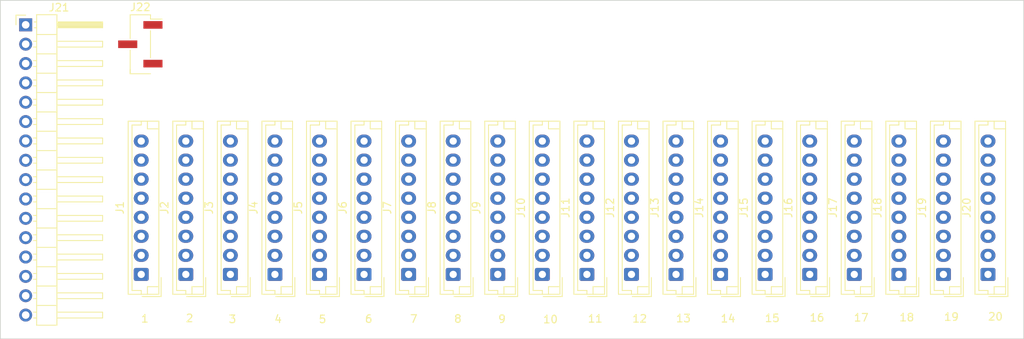
<source format=kicad_pcb>
(kicad_pcb (version 20221018) (generator pcbnew)
  (layers (0 "F.Cu" signal) (31 "B.Cu" signal) (34 "B.Paste" user) (35 "F.Paste" user) (36 "B.SilkS" user "B.Silkscreen") (37 "F.SilkS" user "F.Silkscreen") (38 "B.Mask" user) (39 "F.Mask" user) (44 "Edge.Cuts" user))
  (net 0 "")
  (net 1 "Net-(J1-Pin_1)")
  (net 2 "Net-(J1-Pin_2)")
  (net 3 "Net-(J1-Pin_3)")
  (net 4 "Net-(J1-Pin_4)")
  (net 5 "Net-(J1-Pin_5)")
  (net 6 "Net-(J1-Pin_6)")
  (net 7 "Net-(J1-Pin_7)")
  (net 8 "Net-(J1-Pin_8)")
  (net 9 "Net-(J2-Pin_1)")
  (net 10 "Net-(J21-Pin_3)")
  (net 11 "Net-(J16-Pin_1)")
  (net 12 "Net-(J21-Pin_5)")
  (net 13 "Net-(J21-Pin_6)")
  (net 14 "Net-(J21-Pin_7)")
  (net 15 "Net-(J21-Pin_8)")
  (net 16 "Net-(J21-Pin_9)")
  (net 17 "Net-(J10-Pin_1)")
  (net 18 "Net-(J11-Pin_1)")
  (net 19 "Net-(J12-Pin_1)")
  (net 20 "Net-(J13-Pin_1)")
  (net 21 "Net-(J14-Pin_1)")
  (net 22 "Net-(J15-Pin_1)")
  (net 23 "Net-(J17-Pin_1)")
  (net 24 "Net-(J18-Pin_1)")
  (net 25 "Net-(J19-Pin_1)")
  (footprint "Connector_JST:JST_EH_B8B-EH-A_1x08_P2.50mm_Vertical" (layer "F.Cu") (at 171.98 101.99 90)
    (fp_text reference "J14" (at 8.75 -2.8 90) (layer "F.SilkS"))
    (fp_text value "Conn_01x08_Socket")
    (pad "1" thru_hole roundrect (at 0 0 90) (size 1.7 1.95) (drill 0.95) (layers "*.Cu" "*.Mask") (roundrect_rratio 0.147059) (net 21 "Net-(J14-Pin_1)"))
    (pad "2" thru_hole oval (at 2.5 0 90) (size 1.7 1.95) (drill 0.95) (layers "*.Cu" "*.Mask") (net 2 "Net-(J1-Pin_2)"))
    (pad "3" thru_hole oval (at 5 0 90) (size 1.7 1.95) (drill 0.95) (layers "*.Cu" "*.Mask") (net 3 "Net-(J1-Pin_3)"))
    (pad "4" thru_hole oval (at 7.5 0 90) (size 1.7 1.95) (drill 0.95) (layers "*.Cu" "*.Mask") (net 4 "Net-(J1-Pin_4)"))
    (pad "5" thru_hole oval (at 10 0 90) (size 1.7 1.95) (drill 0.95) (layers "*.Cu" "*.Mask") (net 5 "Net-(J1-Pin_5)"))
    (pad "6" thru_hole oval (at 12.5 0 90) (size 1.7 1.95) (drill 0.95) (layers "*.Cu" "*.Mask") (net 6 "Net-(J1-Pin_6)"))
    (pad "7" thru_hole oval (at 15 0 90) (size 1.7 1.95) (drill 0.95) (layers "*.Cu" "*.Mask") (net 7 "Net-(J1-Pin_7)"))
    (pad "8" thru_hole oval (at 17.5 0 90) (size 1.7 1.95) (drill 0.95) (layers "*.Cu" "*.Mask") (net 8 "Net-(J1-Pin_8)"))
  )
  (footprint "Connector_JST:JST_EH_B8B-EH-A_1x08_P2.50mm_Vertical" (layer "F.Cu") (at 201.23 101.99 90)
    (fp_text reference "J19" (at 8.75 -2.8 90) (layer "F.SilkS"))
    (fp_text value "Conn_01x08_Socket")
    (pad "1" thru_hole roundrect (at 0 0 90) (size 1.7 1.95) (drill 0.95) (layers "*.Cu" "*.Mask") (roundrect_rratio 0.147059) (net 25 "Net-(J19-Pin_1)"))
    (pad "2" thru_hole oval (at 2.5 0 90) (size 1.7 1.95) (drill 0.95) (layers "*.Cu" "*.Mask") (net 2 "Net-(J1-Pin_2)"))
    (pad "3" thru_hole oval (at 5 0 90) (size 1.7 1.95) (drill 0.95) (layers "*.Cu" "*.Mask") (net 3 "Net-(J1-Pin_3)"))
    (pad "4" thru_hole oval (at 7.5 0 90) (size 1.7 1.95) (drill 0.95) (layers "*.Cu" "*.Mask") (net 4 "Net-(J1-Pin_4)"))
    (pad "5" thru_hole oval (at 10 0 90) (size 1.7 1.95) (drill 0.95) (layers "*.Cu" "*.Mask") (net 5 "Net-(J1-Pin_5)"))
    (pad "6" thru_hole oval (at 12.5 0 90) (size 1.7 1.95) (drill 0.95) (layers "*.Cu" "*.Mask") (net 6 "Net-(J1-Pin_6)"))
    (pad "7" thru_hole oval (at 15 0 90) (size 1.7 1.95) (drill 0.95) (layers "*.Cu" "*.Mask") (net 7 "Net-(J1-Pin_7)"))
    (pad "8" thru_hole oval (at 17.5 0 90) (size 1.7 1.95) (drill 0.95) (layers "*.Cu" "*.Mask") (net 8 "Net-(J1-Pin_8)"))
  )
  (footprint "Connector_JST:JST_EH_B8B-EH-A_1x08_P2.50mm_Vertical" (layer "F.Cu") (at 125.18 101.99 90)
    (fp_text reference "J6" (at 8.75 -2.8 90) (layer "F.SilkS"))
    (fp_text value "Conn_01x08_Socket")
    (pad "1" thru_hole roundrect (at 0 0 90) (size 1.7 1.95) (drill 0.95) (layers "*.Cu" "*.Mask") (roundrect_rratio 0.147059) (net 13 "Net-(J21-Pin_6)"))
    (pad "2" thru_hole oval (at 2.5 0 90) (size 1.7 1.95) (drill 0.95) (layers "*.Cu" "*.Mask") (net 2 "Net-(J1-Pin_2)"))
    (pad "3" thru_hole oval (at 5 0 90) (size 1.7 1.95) (drill 0.95) (layers "*.Cu" "*.Mask") (net 3 "Net-(J1-Pin_3)"))
    (pad "4" thru_hole oval (at 7.5 0 90) (size 1.7 1.95) (drill 0.95) (layers "*.Cu" "*.Mask") (net 4 "Net-(J1-Pin_4)"))
    (pad "5" thru_hole oval (at 10 0 90) (size 1.7 1.95) (drill 0.95) (layers "*.Cu" "*.Mask") (net 5 "Net-(J1-Pin_5)"))
    (pad "6" thru_hole oval (at 12.5 0 90) (size 1.7 1.95) (drill 0.95) (layers "*.Cu" "*.Mask") (net 6 "Net-(J1-Pin_6)"))
    (pad "7" thru_hole oval (at 15 0 90) (size 1.7 1.95) (drill 0.95) (layers "*.Cu" "*.Mask") (net 7 "Net-(J1-Pin_7)"))
    (pad "8" thru_hole oval (at 17.5 0 90) (size 1.7 1.95) (drill 0.95) (layers "*.Cu" "*.Mask") (net 8 "Net-(J1-Pin_8)"))
  )
  (footprint "Connector_JST:JST_EH_B8B-EH-A_1x08_P2.50mm_Vertical" (layer "F.Cu") (at 95.93 101.99 90)
    (fp_text reference "J1" (at 8.75 -2.8 90) (layer "F.SilkS"))
    (fp_text value "Conn_01x08_Socket")
    (pad "1" thru_hole roundrect (at 0 0 90) (size 1.7 1.95) (drill 0.95) (layers "*.Cu" "*.Mask") (roundrect_rratio 0.147059) (net 1 "Net-(J1-Pin_1)"))
    (pad "2" thru_hole oval (at 2.5 0 90) (size 1.7 1.95) (drill 0.95) (layers "*.Cu" "*.Mask") (net 2 "Net-(J1-Pin_2)"))
    (pad "3" thru_hole oval (at 5 0 90) (size 1.7 1.95) (drill 0.95) (layers "*.Cu" "*.Mask") (net 3 "Net-(J1-Pin_3)"))
    (pad "4" thru_hole oval (at 7.5 0 90) (size 1.7 1.95) (drill 0.95) (layers "*.Cu" "*.Mask") (net 4 "Net-(J1-Pin_4)"))
    (pad "5" thru_hole oval (at 10 0 90) (size 1.7 1.95) (drill 0.95) (layers "*.Cu" "*.Mask") (net 5 "Net-(J1-Pin_5)"))
    (pad "6" thru_hole oval (at 12.5 0 90) (size 1.7 1.95) (drill 0.95) (layers "*.Cu" "*.Mask") (net 6 "Net-(J1-Pin_6)"))
    (pad "7" thru_hole oval (at 15 0 90) (size 1.7 1.95) (drill 0.95) (layers "*.Cu" "*.Mask") (net 7 "Net-(J1-Pin_7)"))
    (pad "8" thru_hole oval (at 17.5 0 90) (size 1.7 1.95) (drill 0.95) (layers "*.Cu" "*.Mask") (net 8 "Net-(J1-Pin_8)"))
  )
  (footprint "Connector_PinHeader_2.54mm:PinHeader_1x03_P2.54mm_Vertical_SMD_Pin1Right" (layer "F.Cu") (at 95.81 71.78)
    (fp_text reference "J22" (at 0 -4.87) (layer "F.SilkS"))
    (fp_text value "Conn_01x03_Socket")
    (pad "1" smd rect (at 1.655 -2.54) (size 2.51 1) (layers "F.Cu" "F.Paste" "F.Mask") (net 25 "Net-(J19-Pin_1)"))
    (pad "2" smd rect (at -1.655 0) (size 2.51 1) (layers "F.Cu" "F.Paste" "F.Mask") (net 24 "Net-(J18-Pin_1)"))
    (pad "3" smd rect (at 1.655 2.54) (size 2.51 1) (layers "F.Cu" "F.Paste" "F.Mask") (net 23 "Net-(J17-Pin_1)"))
  )
  (footprint "Connector_JST:JST_EH_B8B-EH-A_1x08_P2.50mm_Vertical" (layer "F.Cu") (at 183.68 101.99 90)
    (fp_text reference "J16" (at 8.75 -2.8 90) (layer "F.SilkS"))
    (fp_text value "Conn_01x08_Socket")
    (pad "1" thru_hole roundrect (at 0 0 90) (size 1.7 1.95) (drill 0.95) (layers "*.Cu" "*.Mask") (roundrect_rratio 0.147059) (net 11 "Net-(J16-Pin_1)"))
    (pad "2" thru_hole oval (at 2.5 0 90) (size 1.7 1.95) (drill 0.95) (layers "*.Cu" "*.Mask") (net 2 "Net-(J1-Pin_2)"))
    (pad "3" thru_hole oval (at 5 0 90) (size 1.7 1.95) (drill 0.95) (layers "*.Cu" "*.Mask") (net 3 "Net-(J1-Pin_3)"))
    (pad "4" thru_hole oval (at 7.5 0 90) (size 1.7 1.95) (drill 0.95) (layers "*.Cu" "*.Mask") (net 4 "Net-(J1-Pin_4)"))
    (pad "5" thru_hole oval (at 10 0 90) (size 1.7 1.95) (drill 0.95) (layers "*.Cu" "*.Mask") (net 5 "Net-(J1-Pin_5)"))
    (pad "6" thru_hole oval (at 12.5 0 90) (size 1.7 1.95) (drill 0.95) (layers "*.Cu" "*.Mask") (net 6 "Net-(J1-Pin_6)"))
    (pad "7" thru_hole oval (at 15 0 90) (size 1.7 1.95) (drill 0.95) (layers "*.Cu" "*.Mask") (net 7 "Net-(J1-Pin_7)"))
    (pad "8" thru_hole oval (at 17.5 0 90) (size 1.7 1.95) (drill 0.95) (layers "*.Cu" "*.Mask") (net 8 "Net-(J1-Pin_8)"))
  )
  (footprint "Connector_JST:JST_EH_B8B-EH-A_1x08_P2.50mm_Vertical" (layer "F.Cu") (at 148.58 101.99 90)
    (fp_text reference "J10" (at 8.75 -2.8 90) (layer "F.SilkS"))
    (fp_text value "Conn_01x08_Socket")
    (pad "1" thru_hole roundrect (at 0 0 90) (size 1.7 1.95) (drill 0.95) (layers "*.Cu" "*.Mask") (roundrect_rratio 0.147059) (net 17 "Net-(J10-Pin_1)"))
    (pad "2" thru_hole oval (at 2.5 0 90) (size 1.7 1.95) (drill 0.95) (layers "*.Cu" "*.Mask") (net 2 "Net-(J1-Pin_2)"))
    (pad "3" thru_hole oval (at 5 0 90) (size 1.7 1.95) (drill 0.95) (layers "*.Cu" "*.Mask") (net 3 "Net-(J1-Pin_3)"))
    (pad "4" thru_hole oval (at 7.5 0 90) (size 1.7 1.95) (drill 0.95) (layers "*.Cu" "*.Mask") (net 4 "Net-(J1-Pin_4)"))
    (pad "5" thru_hole oval (at 10 0 90) (size 1.7 1.95) (drill 0.95) (layers "*.Cu" "*.Mask") (net 5 "Net-(J1-Pin_5)"))
    (pad "6" thru_hole oval (at 12.5 0 90) (size 1.7 1.95) (drill 0.95) (layers "*.Cu" "*.Mask") (net 6 "Net-(J1-Pin_6)"))
    (pad "7" thru_hole oval (at 15 0 90) (size 1.7 1.95) (drill 0.95) (layers "*.Cu" "*.Mask") (net 7 "Net-(J1-Pin_7)"))
    (pad "8" thru_hole oval (at 17.5 0 90) (size 1.7 1.95) (drill 0.95) (layers "*.Cu" "*.Mask") (net 8 "Net-(J1-Pin_8)"))
  )
  (footprint "Connector_JST:JST_EH_B8B-EH-A_1x08_P2.50mm_Vertical" (layer "F.Cu") (at 119.33 101.99 90)
    (fp_text reference "J5" (at 8.75 -2.8 90) (layer "F.SilkS"))
    (fp_text value "Conn_01x08_Socket")
    (pad "1" thru_hole roundrect (at 0 0 90) (size 1.7 1.95) (drill 0.95) (layers "*.Cu" "*.Mask") (roundrect_rratio 0.147059) (net 12 "Net-(J21-Pin_5)"))
    (pad "2" thru_hole oval (at 2.5 0 90) (size 1.7 1.95) (drill 0.95) (layers "*.Cu" "*.Mask") (net 2 "Net-(J1-Pin_2)"))
    (pad "3" thru_hole oval (at 5 0 90) (size 1.7 1.95) (drill 0.95) (layers "*.Cu" "*.Mask") (net 3 "Net-(J1-Pin_3)"))
    (pad "4" thru_hole oval (at 7.5 0 90) (size 1.7 1.95) (drill 0.95) (layers "*.Cu" "*.Mask") (net 4 "Net-(J1-Pin_4)"))
    (pad "5" thru_hole oval (at 10 0 90) (size 1.7 1.95) (drill 0.95) (layers "*.Cu" "*.Mask") (net 5 "Net-(J1-Pin_5)"))
    (pad "6" thru_hole oval (at 12.5 0 90) (size 1.7 1.95) (drill 0.95) (layers "*.Cu" "*.Mask") (net 6 "Net-(J1-Pin_6)"))
    (pad "7" thru_hole oval (at 15 0 90) (size 1.7 1.95) (drill 0.95) (layers "*.Cu" "*.Mask") (net 7 "Net-(J1-Pin_7)"))
    (pad "8" thru_hole oval (at 17.5 0 90) (size 1.7 1.95) (drill 0.95) (layers "*.Cu" "*.Mask") (net 8 "Net-(J1-Pin_8)"))
  )
  (footprint "Connector_JST:JST_EH_B8B-EH-A_1x08_P2.50mm_Vertical" (layer "F.Cu") (at 160.28 101.99 90)
    (fp_text reference "J12" (at 8.75 -2.8 90) (layer "F.SilkS"))
    (fp_text value "Conn_01x08_Socket")
    (pad "1" thru_hole roundrect (at 0 0 90) (size 1.7 1.95) (drill 0.95) (layers "*.Cu" "*.Mask") (roundrect_rratio 0.147059) (net 19 "Net-(J12-Pin_1)"))
    (pad "2" thru_hole oval (at 2.5 0 90) (size 1.7 1.95) (drill 0.95) (layers "*.Cu" "*.Mask") (net 2 "Net-(J1-Pin_2)"))
    (pad "3" thru_hole oval (at 5 0 90) (size 1.7 1.95) (drill 0.95) (layers "*.Cu" "*.Mask") (net 3 "Net-(J1-Pin_3)"))
    (pad "4" thru_hole oval (at 7.5 0 90) (size 1.7 1.95) (drill 0.95) (layers "*.Cu" "*.Mask") (net 4 "Net-(J1-Pin_4)"))
    (pad "5" thru_hole oval (at 10 0 90) (size 1.7 1.95) (drill 0.95) (layers "*.Cu" "*.Mask") (net 5 "Net-(J1-Pin_5)"))
    (pad "6" thru_hole oval (at 12.5 0 90) (size 1.7 1.95) (drill 0.95) (layers "*.Cu" "*.Mask") (net 6 "Net-(J1-Pin_6)"))
    (pad "7" thru_hole oval (at 15 0 90) (size 1.7 1.95) (drill 0.95) (layers "*.Cu" "*.Mask") (net 7 "Net-(J1-Pin_7)"))
    (pad "8" thru_hole oval (at 17.5 0 90) (size 1.7 1.95) (drill 0.95) (layers "*.Cu" "*.Mask") (net 8 "Net-(J1-Pin_8)"))
  )
  (footprint "Connector_JST:JST_EH_B8B-EH-A_1x08_P2.50mm_Vertical" (layer "F.Cu") (at 154.43 101.99 90)
    (fp_text reference "J11" (at 8.75 -2.8 90) (layer "F.SilkS"))
    (fp_text value "Conn_01x08_Socket")
    (pad "1" thru_hole roundrect (at 0 0 90) (size 1.7 1.95) (drill 0.95) (layers "*.Cu" "*.Mask") (roundrect_rratio 0.147059) (net 18 "Net-(J11-Pin_1)"))
    (pad "2" thru_hole oval (at 2.5 0 90) (size 1.7 1.95) (drill 0.95) (layers "*.Cu" "*.Mask") (net 2 "Net-(J1-Pin_2)"))
    (pad "3" thru_hole oval (at 5 0 90) (size 1.7 1.95) (drill 0.95) (layers "*.Cu" "*.Mask") (net 3 "Net-(J1-Pin_3)"))
    (pad "4" thru_hole oval (at 7.5 0 90) (size 1.7 1.95) (drill 0.95) (layers "*.Cu" "*.Mask") (net 4 "Net-(J1-Pin_4)"))
    (pad "5" thru_hole oval (at 10 0 90) (size 1.7 1.95) (drill 0.95) (layers "*.Cu" "*.Mask") (net 5 "Net-(J1-Pin_5)"))
    (pad "6" thru_hole oval (at 12.5 0 90) (size 1.7 1.95) (drill 0.95) (layers "*.Cu" "*.Mask") (net 6 "Net-(J1-Pin_6)"))
    (pad "7" thru_hole oval (at 15 0 90) (size 1.7 1.95) (drill 0.95) (layers "*.Cu" "*.Mask") (net 7 "Net-(J1-Pin_7)"))
    (pad "8" thru_hole oval (at 17.5 0 90) (size 1.7 1.95) (drill 0.95) (layers "*.Cu" "*.Mask") (net 8 "Net-(J1-Pin_8)"))
  )
  (footprint "Connector_JST:JST_EH_B8B-EH-A_1x08_P2.50mm_Vertical" (layer "F.Cu") (at 113.48 101.99 90)
    (fp_text reference "J4" (at 8.75 -2.8 90) (layer "F.SilkS"))
    (fp_text value "Conn_01x08_Socket")
    (pad "1" thru_hole roundrect (at 0 0 90) (size 1.7 1.95) (drill 0.95) (layers "*.Cu" "*.Mask") (roundrect_rratio 0.147059) (net 11 "Net-(J16-Pin_1)"))
    (pad "2" thru_hole oval (at 2.5 0 90) (size 1.7 1.95) (drill 0.95) (layers "*.Cu" "*.Mask") (net 2 "Net-(J1-Pin_2)"))
    (pad "3" thru_hole oval (at 5 0 90) (size 1.7 1.95) (drill 0.95) (layers "*.Cu" "*.Mask") (net 3 "Net-(J1-Pin_3)"))
    (pad "4" thru_hole oval (at 7.5 0 90) (size 1.7 1.95) (drill 0.95) (layers "*.Cu" "*.Mask") (net 4 "Net-(J1-Pin_4)"))
    (pad "5" thru_hole oval (at 10 0 90) (size 1.7 1.95) (drill 0.95) (layers "*.Cu" "*.Mask") (net 5 "Net-(J1-Pin_5)"))
    (pad "6" thru_hole oval (at 12.5 0 90) (size 1.7 1.95) (drill 0.95) (layers "*.Cu" "*.Mask") (net 6 "Net-(J1-Pin_6)"))
    (pad "7" thru_hole oval (at 15 0 90) (size 1.7 1.95) (drill 0.95) (layers "*.Cu" "*.Mask") (net 7 "Net-(J1-Pin_7)"))
    (pad "8" thru_hole oval (at 17.5 0 90) (size 1.7 1.95) (drill 0.95) (layers "*.Cu" "*.Mask") (net 8 "Net-(J1-Pin_8)"))
  )
  (footprint "Connector_JST:JST_EH_B8B-EH-A_1x08_P2.50mm_Vertical" (layer "F.Cu") (at 107.63 101.99 90)
    (fp_text reference "J3" (at 8.75 -2.8 90) (layer "F.SilkS"))
    (fp_text value "Conn_01x08_Socket")
    (pad "1" thru_hole roundrect (at 0 0 90) (size 1.7 1.95) (drill 0.95) (layers "*.Cu" "*.Mask") (roundrect_rratio 0.147059) (net 10 "Net-(J21-Pin_3)"))
    (pad "2" thru_hole oval (at 2.5 0 90) (size 1.7 1.95) (drill 0.95) (layers "*.Cu" "*.Mask") (net 2 "Net-(J1-Pin_2)"))
    (pad "3" thru_hole oval (at 5 0 90) (size 1.7 1.95) (drill 0.95) (layers "*.Cu" "*.Mask") (net 3 "Net-(J1-Pin_3)"))
    (pad "4" thru_hole oval (at 7.5 0 90) (size 1.7 1.95) (drill 0.95) (layers "*.Cu" "*.Mask") (net 4 "Net-(J1-Pin_4)"))
    (pad "5" thru_hole oval (at 10 0 90) (size 1.7 1.95) (drill 0.95) (layers "*.Cu" "*.Mask") (net 5 "Net-(J1-Pin_5)"))
    (pad "6" thru_hole oval (at 12.5 0 90) (size 1.7 1.95) (drill 0.95) (layers "*.Cu" "*.Mask") (net 6 "Net-(J1-Pin_6)"))
    (pad "7" thru_hole oval (at 15 0 90) (size 1.7 1.95) (drill 0.95) (layers "*.Cu" "*.Mask") (net 7 "Net-(J1-Pin_7)"))
    (pad "8" thru_hole oval (at 17.5 0 90) (size 1.7 1.95) (drill 0.95) (layers "*.Cu" "*.Mask") (net 8 "Net-(J1-Pin_8)"))
  )
  (footprint "Connector_JST:JST_EH_B8B-EH-A_1x08_P2.50mm_Vertical" (layer "F.Cu") (at 195.38 101.99 90)
    (fp_text reference "J18" (at 8.75 -2.8 90) (layer "F.SilkS"))
    (fp_text value "Conn_01x08_Socket")
    (pad "1" thru_hole roundrect (at 0 0 90) (size 1.7 1.95) (drill 0.95) (layers "*.Cu" "*.Mask") (roundrect_rratio 0.147059) (net 24 "Net-(J18-Pin_1)"))
    (pad "2" thru_hole oval (at 2.5 0 90) (size 1.7 1.95) (drill 0.95) (layers "*.Cu" "*.Mask") (net 2 "Net-(J1-Pin_2)"))
    (pad "3" thru_hole oval (at 5 0 90) (size 1.7 1.95) (drill 0.95) (layers "*.Cu" "*.Mask") (net 3 "Net-(J1-Pin_3)"))
    (pad "4" thru_hole oval (at 7.5 0 90) (size 1.7 1.95) (drill 0.95) (layers "*.Cu" "*.Mask") (net 4 "Net-(J1-Pin_4)"))
    (pad "5" thru_hole oval (at 10 0 90) (size 1.7 1.95) (drill 0.95) (layers "*.Cu" "*.Mask") (net 5 "Net-(J1-Pin_5)"))
    (pad "6" thru_hole oval (at 12.5 0 90) (size 1.7 1.95) (drill 0.95) (layers "*.Cu" "*.Mask") (net 6 "Net-(J1-Pin_6)"))
    (pad "7" thru_hole oval (at 15 0 90) (size 1.7 1.95) (drill 0.95) (layers "*.Cu" "*.Mask") (net 7 "Net-(J1-Pin_7)"))
    (pad "8" thru_hole oval (at 17.5 0 90) (size 1.7 1.95) (drill 0.95) (layers "*.Cu" "*.Mask") (net 8 "Net-(J1-Pin_8)"))
  )
  (footprint "Connector_JST:JST_EH_B8B-EH-A_1x08_P2.50mm_Vertical" (layer "F.Cu") (at 142.73 101.99 90)
    (fp_text reference "J9" (at 8.75 -2.8 90) (layer "F.SilkS"))
    (fp_text value "Conn_01x08_Socket")
    (pad "1" thru_hole roundrect (at 0 0 90) (size 1.7 1.95) (drill 0.95) (layers "*.Cu" "*.Mask") (roundrect_rratio 0.147059) (net 16 "Net-(J21-Pin_9)"))
    (pad "2" thru_hole oval (at 2.5 0 90) (size 1.7 1.95) (drill 0.95) (layers "*.Cu" "*.Mask") (net 2 "Net-(J1-Pin_2)"))
    (pad "3" thru_hole oval (at 5 0 90) (size 1.7 1.95) (drill 0.95) (layers "*.Cu" "*.Mask") (net 3 "Net-(J1-Pin_3)"))
    (pad "4" thru_hole oval (at 7.5 0 90) (size 1.7 1.95) (drill 0.95) (layers "*.Cu" "*.Mask") (net 4 "Net-(J1-Pin_4)"))
    (pad "5" thru_hole oval (at 10 0 90) (size 1.7 1.95) (drill 0.95) (layers "*.Cu" "*.Mask") (net 5 "Net-(J1-Pin_5)"))
    (pad "6" thru_hole oval (at 12.5 0 90) (size 1.7 1.95) (drill 0.95) (layers "*.Cu" "*.Mask") (net 6 "Net-(J1-Pin_6)"))
    (pad "7" thru_hole oval (at 15 0 90) (size 1.7 1.95) (drill 0.95) (layers "*.Cu" "*.Mask") (net 7 "Net-(J1-Pin_7)"))
    (pad "8" thru_hole oval (at 17.5 0 90) (size 1.7 1.95) (drill 0.95) (layers "*.Cu" "*.Mask") (net 8 "Net-(J1-Pin_8)"))
  )
  (footprint "Connector_JST:JST_EH_B8B-EH-A_1x08_P2.50mm_Vertical" (layer "F.Cu") (at 101.78 101.99 90)
    (fp_text reference "J2" (at 8.75 -2.8 90) (layer "F.SilkS"))
    (fp_text value "Conn_01x08_Socket")
    (pad "1" thru_hole roundrect (at 0 0 90) (size 1.7 1.95) (drill 0.95) (layers "*.Cu" "*.Mask") (roundrect_rratio 0.147059) (net 9 "Net-(J2-Pin_1)"))
    (pad "2" thru_hole oval (at 2.5 0 90) (size 1.7 1.95) (drill 0.95) (layers "*.Cu" "*.Mask") (net 2 "Net-(J1-Pin_2)"))
    (pad "3" thru_hole oval (at 5 0 90) (size 1.7 1.95) (drill 0.95) (layers "*.Cu" "*.Mask") (net 3 "Net-(J1-Pin_3)"))
    (pad "4" thru_hole oval (at 7.5 0 90) (size 1.7 1.95) (drill 0.95) (layers "*.Cu" "*.Mask") (net 4 "Net-(J1-Pin_4)"))
    (pad "5" thru_hole oval (at 10 0 90) (size 1.7 1.95) (drill 0.95) (layers "*.Cu" "*.Mask") (net 5 "Net-(J1-Pin_5)"))
    (pad "6" thru_hole oval (at 12.5 0 90) (size 1.7 1.95) (drill 0.95) (layers "*.Cu" "*.Mask") (net 6 "Net-(J1-Pin_6)"))
    (pad "7" thru_hole oval (at 15 0 90) (size 1.7 1.95) (drill 0.95) (layers "*.Cu" "*.Mask") (net 7 "Net-(J1-Pin_7)"))
    (pad "8" thru_hole oval (at 17.5 0 90) (size 1.7 1.95) (drill 0.95) (layers "*.Cu" "*.Mask") (net 8 "Net-(J1-Pin_8)"))
  )
  (footprint "Connector_JST:JST_EH_B8B-EH-A_1x08_P2.50mm_Vertical" (layer "F.Cu") (at 166.13 101.99 90)
    (fp_text reference "J13" (at 8.75 -2.8 90) (layer "F.SilkS"))
    (fp_text value "Conn_01x08_Socket")
    (pad "1" thru_hole roundrect (at 0 0 90) (size 1.7 1.95) (drill 0.95) (layers "*.Cu" "*.Mask") (roundrect_rratio 0.147059) (net 20 "Net-(J13-Pin_1)"))
    (pad "2" thru_hole oval (at 2.5 0 90) (size 1.7 1.95) (drill 0.95) (layers "*.Cu" "*.Mask") (net 2 "Net-(J1-Pin_2)"))
    (pad "3" thru_hole oval (at 5 0 90) (size 1.7 1.95) (drill 0.95) (layers "*.Cu" "*.Mask") (net 3 "Net-(J1-Pin_3)"))
    (pad "4" thru_hole oval (at 7.5 0 90) (size 1.7 1.95) (drill 0.95) (layers "*.Cu" "*.Mask") (net 4 "Net-(J1-Pin_4)"))
    (pad "5" thru_hole oval (at 10 0 90) (size 1.7 1.95) (drill 0.95) (layers "*.Cu" "*.Mask") (net 5 "Net-(J1-Pin_5)"))
    (pad "6" thru_hole oval (at 12.5 0 90) (size 1.7 1.95) (drill 0.95) (layers "*.Cu" "*.Mask") (net 6 "Net-(J1-Pin_6)"))
    (pad "7" thru_hole oval (at 15 0 90) (size 1.7 1.95) (drill 0.95) (layers "*.Cu" "*.Mask") (net 7 "Net-(J1-Pin_7)"))
    (pad "8" thru_hole oval (at 17.5 0 90) (size 1.7 1.95) (drill 0.95) (layers "*.Cu" "*.Mask") (net 8 "Net-(J1-Pin_8)"))
  )
  (footprint "Connector_JST:JST_EH_B8B-EH-A_1x08_P2.50mm_Vertical" (layer "F.Cu") (at 189.53 101.99 90)
    (fp_text reference "J17" (at 8.75 -2.8 90) (layer "F.SilkS"))
    (fp_text value "Conn_01x08_Socket")
    (pad "1" thru_hole roundrect (at 0 0 90) (size 1.7 1.95) (drill 0.95) (layers "*.Cu" "*.Mask") (roundrect_rratio 0.147059) (net 23 "Net-(J17-Pin_1)"))
    (pad "2" thru_hole oval (at 2.5 0 90) (size 1.7 1.95) (drill 0.95) (layers "*.Cu" "*.Mask") (net 2 "Net-(J1-Pin_2)"))
    (pad "3" thru_hole oval (at 5 0 90) (size 1.7 1.95) (drill 0.95) (layers "*.Cu" "*.Mask") (net 3 "Net-(J1-Pin_3)"))
    (pad "4" thru_hole oval (at 7.5 0 90) (size 1.7 1.95) (drill 0.95) (layers "*.Cu" "*.Mask") (net 4 "Net-(J1-Pin_4)"))
    (pad "5" thru_hole oval (at 10 0 90) (size 1.7 1.95) (drill 0.95) (layers "*.Cu" "*.Mask") (net 5 "Net-(J1-Pin_5)"))
    (pad "6" thru_hole oval (at 12.5 0 90) (size 1.7 1.95) (drill 0.95) (layers "*.Cu" "*.Mask") (net 6 "Net-(J1-Pin_6)"))
    (pad "7" thru_hole oval (at 15 0 90) (size 1.7 1.95) (drill 0.95) (layers "*.Cu" "*.Mask") (net 7 "Net-(J1-Pin_7)"))
    (pad "8" thru_hole oval (at 17.5 0 90) (size 1.7 1.95) (drill 0.95) (layers "*.Cu" "*.Mask") (net 8 "Net-(J1-Pin_8)"))
  )
  (footprint "Connector_JST:JST_EH_B8B-EH-A_1x08_P2.50mm_Vertical" (layer "F.Cu") (at 207.08 101.99 90)
    (fp_text reference "J20" (at 8.75 -2.8 90) (layer "F.SilkS"))
    (fp_text value "Conn_01x08_Socket")
    (pad "1" thru_hole roundrect (at 0 0 90) (size 1.7 1.95) (drill 0.95) (layers "*.Cu" "*.Mask") (roundrect_rratio 0.147059))
    (pad "2" thru_hole oval (at 2.5 0 90) (size 1.7 1.95) (drill 0.95) (layers "*.Cu" "*.Mask") (net 2 "Net-(J1-Pin_2)"))
    (pad "3" thru_hole oval (at 5 0 90) (size 1.7 1.95) (drill 0.95) (layers "*.Cu" "*.Mask") (net 3 "Net-(J1-Pin_3)"))
    (pad "4" thru_hole oval (at 7.5 0 90) (size 1.7 1.95) (drill 0.95) (layers "*.Cu" "*.Mask") (net 4 "Net-(J1-Pin_4)"))
    (pad "5" thru_hole oval (at 10 0 90) (size 1.7 1.95) (drill 0.95) (layers "*.Cu" "*.Mask") (net 5 "Net-(J1-Pin_5)"))
    (pad "6" thru_hole oval (at 12.5 0 90) (size 1.7 1.95) (drill 0.95) (layers "*.Cu" "*.Mask") (net 6 "Net-(J1-Pin_6)"))
    (pad "7" thru_hole oval (at 15 0 90) (size 1.7 1.95) (drill 0.95) (layers "*.Cu" "*.Mask") (net 7 "Net-(J1-Pin_7)"))
    (pad "8" thru_hole oval (at 17.5 0 90) (size 1.7 1.95) (drill 0.95) (layers "*.Cu" "*.Mask") (net 8 "Net-(J1-Pin_8)"))
  )
  (footprint "Connector_JST:JST_EH_B8B-EH-A_1x08_P2.50mm_Vertical" (layer "F.Cu") (at 136.88 101.99 90)
    (fp_text reference "J8" (at 8.75 -2.8 90) (layer "F.SilkS"))
    (fp_text value "Conn_01x08_Socket")
    (pad "1" thru_hole roundrect (at 0 0 90) (size 1.7 1.95) (drill 0.95) (layers "*.Cu" "*.Mask") (roundrect_rratio 0.147059) (net 15 "Net-(J21-Pin_8)"))
    (pad "2" thru_hole oval (at 2.5 0 90) (size 1.7 1.95) (drill 0.95) (layers "*.Cu" "*.Mask") (net 2 "Net-(J1-Pin_2)"))
    (pad "3" thru_hole oval (at 5 0 90) (size 1.7 1.95) (drill 0.95) (layers "*.Cu" "*.Mask") (net 3 "Net-(J1-Pin_3)"))
    (pad "4" thru_hole oval (at 7.5 0 90) (size 1.7 1.95) (drill 0.95) (layers "*.Cu" "*.Mask") (net 4 "Net-(J1-Pin_4)"))
    (pad "5" thru_hole oval (at 10 0 90) (size 1.7 1.95) (drill 0.95) (layers "*.Cu" "*.Mask") (net 5 "Net-(J1-Pin_5)"))
    (pad "6" thru_hole oval (at 12.5 0 90) (size 1.7 1.95) (drill 0.95) (layers "*.Cu" "*.Mask") (net 6 "Net-(J1-Pin_6)"))
    (pad "7" thru_hole oval (at 15 0 90) (size 1.7 1.95) (drill 0.95) (layers "*.Cu" "*.Mask") (net 7 "Net-(J1-Pin_7)"))
    (pad "8" thru_hole oval (at 17.5 0 90) (size 1.7 1.95) (drill 0.95) (layers "*.Cu" "*.Mask") (net 8 "Net-(J1-Pin_8)"))
  )
  (footprint "Connector_JST:JST_EH_B8B-EH-A_1x08_P2.50mm_Vertical" (layer "F.Cu") (at 177.83 101.99 90)
    (fp_text reference "J15" (at 8.75 -2.8 90) (layer "F.SilkS"))
    (fp_text value "Conn_01x08_Socket")
    (pad "1" thru_hole roundrect (at 0 0 90) (size 1.7 1.95) (drill 0.95) (layers "*.Cu" "*.Mask") (roundrect_rratio 0.147059) (net 22 "Net-(J15-Pin_1)"))
    (pad "2" thru_hole oval (at 2.5 0 90) (size 1.7 1.95) (drill 0.95) (layers "*.Cu" "*.Mask") (net 2 "Net-(J1-Pin_2)"))
    (pad "3" thru_hole oval (at 5 0 90) (size 1.7 1.95) (drill 0.95) (layers "*.Cu" "*.Mask") (net 3 "Net-(J1-Pin_3)"))
    (pad "4" thru_hole oval (at 7.5 0 90) (size 1.7 1.95) (drill 0.95) (layers "*.Cu" "*.Mask") (net 4 "Net-(J1-Pin_4)"))
    (pad "5" thru_hole oval (at 10 0 90) (size 1.7 1.95) (drill 0.95) (layers "*.Cu" "*.Mask") (net 5 "Net-(J1-Pin_5)"))
    (pad "6" thru_hole oval (at 12.5 0 90) (size 1.7 1.95) (drill 0.95) (layers "*.Cu" "*.Mask") (net 6 "Net-(J1-Pin_6)"))
    (pad "7" thru_hole oval (at 15 0 90) (size 1.7 1.95) (drill 0.95) (layers "*.Cu" "*.Mask") (net 7 "Net-(J1-Pin_7)"))
    (pad "8" thru_hole oval (at 17.5 0 90) (size 1.7 1.95) (drill 0.95) (layers "*.Cu" "*.Mask") (net 8 "Net-(J1-Pin_8)"))
  )
  (footprint "Connector_PinHeader_2.54mm:PinHeader_1x16_P2.54mm_Horizontal" (layer "F.Cu") (at 80.76 69.23)
    (fp_text reference "J21" (at 4.385 -2.27) (layer "F.SilkS"))
    (fp_text value "Conn_01x16_Socket")
    (pad "1" thru_hole rect (at 0 0) (size 1.7 1.7) (drill 1) (layers "*.Cu" "*.Mask") (net 1 "Net-(J1-Pin_1)"))
    (pad "2" thru_hole oval (at 0 2.54) (size 1.7 1.7) (drill 1) (layers "*.Cu" "*.Mask") (net 9 "Net-(J2-Pin_1)"))
    (pad "3" thru_hole oval (at 0 5.08) (size 1.7 1.7) (drill 1) (layers "*.Cu" "*.Mask") (net 10 "Net-(J21-Pin_3)"))
    (pad "4" thru_hole oval (at 0 7.62) (size 1.7 1.7) (drill 1) (layers "*.Cu" "*.Mask") (net 11 "Net-(J16-Pin_1)"))
    (pad "5" thru_hole oval (at 0 10.16) (size 1.7 1.7) (drill 1) (layers "*.Cu" "*.Mask") (net 12 "Net-(J21-Pin_5)"))
    (pad "6" thru_hole oval (at 0 12.7) (size 1.7 1.7) (drill 1) (layers "*.Cu" "*.Mask") (net 13 "Net-(J21-Pin_6)"))
    (pad "7" thru_hole oval (at 0 15.24) (size 1.7 1.7) (drill 1) (layers "*.Cu" "*.Mask") (net 14 "Net-(J21-Pin_7)"))
    (pad "8" thru_hole oval (at 0 17.78) (size 1.7 1.7) (drill 1) (layers "*.Cu" "*.Mask") (net 15 "Net-(J21-Pin_8)"))
    (pad "9" thru_hole oval (at 0 20.32) (size 1.7 1.7) (drill 1) (layers "*.Cu" "*.Mask") (net 16 "Net-(J21-Pin_9)"))
    (pad "10" thru_hole oval (at 0 22.86) (size 1.7 1.7) (drill 1) (layers "*.Cu" "*.Mask") (net 17 "Net-(J10-Pin_1)"))
    (pad "11" thru_hole oval (at 0 25.4) (size 1.7 1.7) (drill 1) (layers "*.Cu" "*.Mask") (net 18 "Net-(J11-Pin_1)"))
    (pad "12" thru_hole oval (at 0 27.94) (size 1.7 1.7) (drill 1) (layers "*.Cu" "*.Mask") (net 19 "Net-(J12-Pin_1)"))
    (pad "13" thru_hole oval (at 0 30.48) (size 1.7 1.7) (drill 1) (layers "*.Cu" "*.Mask") (net 20 "Net-(J13-Pin_1)"))
    (pad "14" thru_hole oval (at 0 33.02) (size 1.7 1.7) (drill 1) (layers "*.Cu" "*.Mask") (net 21 "Net-(J14-Pin_1)"))
    (pad "15" thru_hole oval (at 0 35.56) (size 1.7 1.7) (drill 1) (layers "*.Cu" "*.Mask") (net 22 "Net-(J15-Pin_1)"))
    (pad "16" thru_hole oval (at 0 38.1) (size 1.7 1.7) (drill 1) (layers "*.Cu" "*.Mask") (net 11 "Net-(J16-Pin_1)"))
  )
  (footprint "Connector_JST:JST_EH_B8B-EH-A_1x08_P2.50mm_Vertical" (layer "F.Cu") (at 131.03 101.99 90)
    (fp_text reference "J7" (at 8.75 -2.8 90) (layer "F.SilkS"))
    (fp_text value "Conn_01x08_Socket")
    (pad "1" thru_hole roundrect (at 0 0 90) (size 1.7 1.95) (drill 0.95) (layers "*.Cu" "*.Mask") (roundrect_rratio 0.147059) (net 14 "Net-(J21-Pin_7)"))
    (pad "2" thru_hole oval (at 2.5 0 90) (size 1.7 1.95) (drill 0.95) (layers "*.Cu" "*.Mask") (net 2 "Net-(J1-Pin_2)"))
    (pad "3" thru_hole oval (at 5 0 90) (size 1.7 1.95) (drill 0.95) (layers "*.Cu" "*.Mask") (net 3 "Net-(J1-Pin_3)"))
    (pad "4" thru_hole oval (at 7.5 0 90) (size 1.7 1.95) (drill 0.95) (layers "*.Cu" "*.Mask") (net 4 "Net-(J1-Pin_4)"))
    (pad "5" thru_hole oval (at 10 0 90) (size 1.7 1.95) (drill 0.95) (layers "*.Cu" "*.Mask") (net 5 "Net-(J1-Pin_5)"))
    (pad "6" thru_hole oval (at 12.5 0 90) (size 1.7 1.95) (drill 0.95) (layers "*.Cu" "*.Mask") (net 6 "Net-(J1-Pin_6)"))
    (pad "7" thru_hole oval (at 15 0 90) (size 1.7 1.95) (drill 0.95) (layers "*.Cu" "*.Mask") (net 7 "Net-(J1-Pin_7)"))
    (pad "8" thru_hole oval (at 17.5 0 90) (size 1.7 1.95) (drill 0.95) (layers "*.Cu" "*.Mask") (net 8 "Net-(J1-Pin_8)"))
  )
  (gr_rect (start 77.44 66.02) (end 211.77 110.45) (stroke (width 0.1)) (fill none) (layer "Edge.Cuts"))
  (gr_text "19" (at 201.23 108.16) (layer "F.SilkS") (effects (font (size 1 1)) (justify left bottom)))
  (gr_text "14" (at 171.91 108.37) (layer "F.SilkS") (effects (font (size 1 1)) (justify left bottom)))
  (gr_text "4" (at 113.32 108.45) (layer "F.SilkS") (effects (font (size 1 1)) (justify left bottom)))
  (gr_text "7" (at 131.13 108.41) (layer "F.SilkS") (effects (font (size 1 1)) (justify left bottom)))
  (gr_text "20" (at 207.01 108.12) (layer "F.SilkS") (effects (font (size 1 1)) (justify left bottom)))
  (gr_text "3" (at 107.33 108.45) (layer "F.SilkS") (effects (font (size 1 1)) (justify left bottom)))
  (gr_text "18" (at 195.37 108.23) (layer "F.SilkS") (effects (font (size 1 1)) (justify left bottom)))
  (gr_text "13" (at 166.05 108.35) (layer "F.SilkS") (effects (font (size 1 1)) (justify left bottom)))
  (gr_text "8" (at 136.92 108.41) (layer "F.SilkS") (effects (font (size 1 1)) (justify left bottom)))
  (gr_text "9\n" (at 142.71 108.44) (layer "F.SilkS") (effects (font (size 1 1)) (justify left bottom)))
  (gr_text "16" (at 183.58 108.26) (layer "F.SilkS") (effects (font (size 1 1)) (justify left bottom)))
  (gr_text "5" (at 119.15 108.46) (layer "F.SilkS") (effects (font (size 1 1)) (justify left bottom)))
  (gr_text "17" (at 189.39 108.25) (layer "F.SilkS") (effects (font (size 1 1)) (justify left bottom)))
  (gr_text "1" (at 95.83 108.39) (layer "F.SilkS") (effects (font (size 1 1)) (justify left bottom)))
  (gr_text "11" (at 154.47 108.39) (layer "F.SilkS") (effects (font (size 1 1)) (justify left bottom)))
  (gr_text "2" (at 101.7 108.33) (layer "F.SilkS") (effects (font (size 1 1)) (justify left bottom)))
  (gr_text "10" (at 148.6 108.48) (layer "F.SilkS") (effects (font (size 1 1)) (justify left bottom)))
  (gr_text "15" (at 177.71 108.32) (layer "F.SilkS") (effects (font (size 1 1)) (justify left bottom)))
  (gr_text "12" (at 160.31 108.39) (layer "F.SilkS") (effects (font (size 1 1)) (justify left bottom)))
  (gr_text "6" (at 125.21 108.42) (layer "F.SilkS") (effects (font (size 1 1)) (justify left bottom)))
)
</source>
